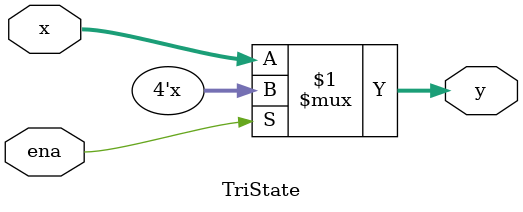
<source format=v>
module TriState(ena,x,y);
  
  input ena;
  input [3:0]x;
  output [3:0]y;
  
  assign y = ena ? 4'bzzz : x;
  
endmodule

</source>
